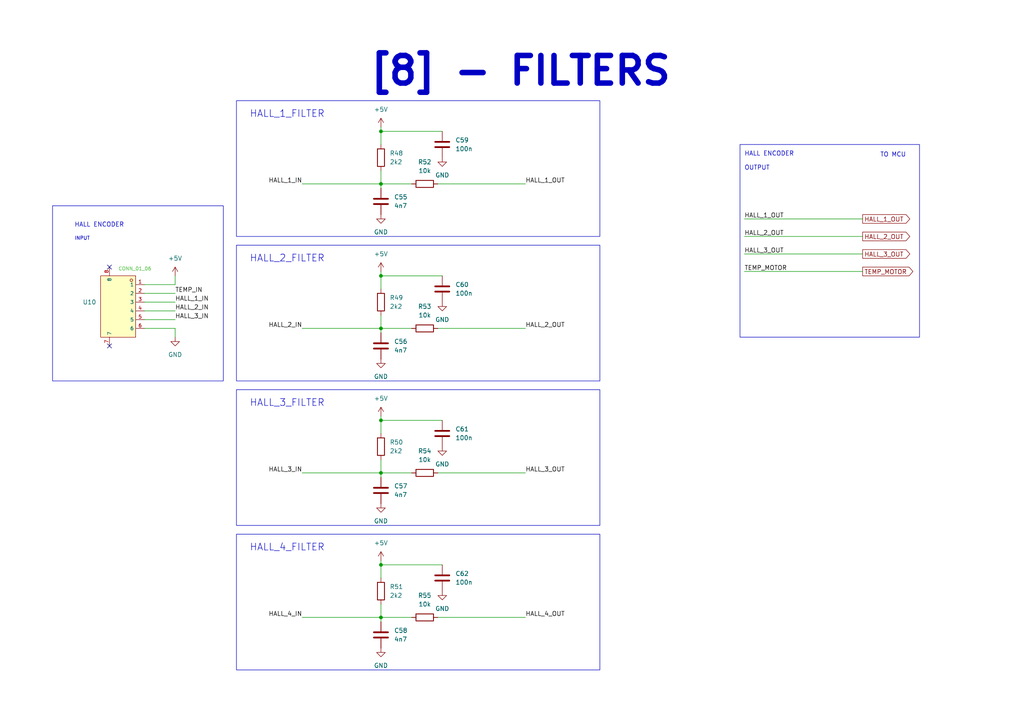
<source format=kicad_sch>
(kicad_sch (version 20230121) (generator eeschema)
  (paper "A4")
  (title_block (title "DF_ESC_rev01_1") (date "2024-01-14") (rev "rev01_1") (company "Ivan Mendez IMA Design") (comment 3 "i.mendezalon@hotmail.com") (comment 4 "Ivan Mendez"))
  (lib_symbols
    (symbol "DF_ESC_Symbol_Library_Casa:S6B-XH-SM4-TB(LF)(SN)"
      (property "Reference" "U" (at 0 1.27 0))
      (property "Value" "S6B-XH-SM4-TB(LF)(SN)" (at 0 -2.54 0))
      (symbol "S6B-XH-SM4-TB(LF)(SN)_0_1"
        (rectangle (start -2.54 10.16) (end 7.62 -7.62) (fill (type background)))
        (circle (center -1.27 8.89) (radius 0.381) (fill (type background)))
        (pin unspecified line (at -5.08 7.62 0) (length 2.54) (name "1") (number "1"))
        (pin unspecified line (at -5.08 5.08 0) (length 2.54) (name "2") (number "2"))
        (pin unspecified line (at -5.08 2.54 0) (length 2.54) (name "3") (number "3"))
        (pin unspecified line (at -5.08 0 0) (length 2.54) (name "4") (number "4"))
        (pin unspecified line (at -5.08 -2.54 0) (length 2.54) (name "5") (number "5"))
        (pin unspecified line (at -5.08 -5.08 0) (length 2.54) (name "6") (number "6"))
        (pin unspecified line (at 5.08 -10.16 90) (length 2.54) (name "7") (number "7"))
        (pin unspecified line (at 5.08 12.7 270) (length 2.54) (name "8") (number "8"))
      )
    )
    (symbol "Device:C" (pin_numbers hide) (pin_names (offset 0.254))
      (property "Reference" "C" (at 0.635 2.54 0))
      (property "Value" "C" (at 0.635 -2.54 0))
      (symbol "C_0_1"
        (polyline (pts (xy -2.032 -0.762) (xy 2.032 -0.762)) (stroke (width 0.508)))
        (polyline (pts (xy -2.032 0.762) (xy 2.032 0.762)) (stroke (width 0.508)))
      )
      (symbol "C_1_1"
        (pin passive line (at 0 3.81 270) (length 2.794) (name "~") (number "1"))
        (pin passive line (at 0 -3.81 90) (length 2.794) (name "~") (number "2"))
      )
    )
    (symbol "Device:R" (pin_numbers hide) (pin_names (offset 0))
      (property "Reference" "R" (at 2.032 0 90))
      (property "Value" "R" (at 0 0 90))
      (symbol "R_0_1"
        (rectangle (start -1.016 -2.54) (end 1.016 2.54) (stroke (width 0.254)))
      )
      (symbol "R_1_1"
        (pin passive line (at 0 3.81 270) (length 1.27) (name "~") (number "1"))
        (pin passive line (at 0 -3.81 90) (length 1.27) (name "~") (number "2"))
      )
    )
    (symbol "power:+5V" (power) (pin_names (offset 0))
      (property "Value" "+5V" (at 0 3.556 0))
      (symbol "+5V_0_1"
        (polyline (pts (xy -0.762 1.27) (xy 0 2.54)))
        (polyline (pts (xy 0 0) (xy 0 2.54)))
        (polyline (pts (xy 0 2.54) (xy 0.762 1.27)))
      )
      (symbol "+5V_1_1"
        (pin power_in line (at 0 0 90) (length 0) hide (name "+5V") (number "1"))
      )
    )
    (symbol "power:GND" (power) (pin_names (offset 0))
      (property "Value" "GND" (at 0 -3.81 0))
      (symbol "GND_0_1"
        (polyline (pts (xy 0 0) (xy 0 -1.27) (xy 1.27 -1.27) (xy 0 -2.54) (xy -1.27 -1.27) (xy 0 -1.27)))
      )
      (symbol "GND_1_1"
        (pin power_in line (at 0 0 270) (length 0) hide (name "GND") (number "1"))
      )
    )
  )
  (junction (at 110.49 95.25))
  (junction (at 110.49 53.34))
  (junction (at 110.49 137.16))
  (junction (at 110.49 38.1))
  (junction (at 110.49 80.01))
  (junction (at 110.49 179.07))
  (junction (at 110.49 121.92))
  (junction (at 110.49 163.83))
  (no_connect (at 31.75 100.33))
  (no_connect (at 31.75 77.47))
  (wire (pts (xy 215.9 78.74) (xy 250.19 78.74)))
  (wire (pts (xy 215.9 68.58) (xy 250.19 68.58)))
  (wire (pts (xy 110.49 163.83) (xy 128.27 163.83)))
  (wire (pts (xy 127 137.16) (xy 152.4 137.16)))
  (wire (pts (xy 41.91 85.09) (xy 50.8 85.09)))
  (wire (pts (xy 41.91 87.63) (xy 50.8 87.63)))
  (wire (pts (xy 110.49 121.92) (xy 110.49 125.73)))
  (wire (pts (xy 87.63 53.34) (xy 110.49 53.34)))
  (wire (pts (xy 110.49 162.56) (xy 110.49 163.83)))
  (wire (pts (xy 127 53.34) (xy 152.4 53.34)))
  (wire (pts (xy 110.49 80.01) (xy 110.49 83.82)))
  (wire (pts (xy 41.91 92.71) (xy 50.8 92.71)))
  (wire (pts (xy 110.49 49.53) (xy 110.49 53.34)))
  (wire (pts (xy 110.49 137.16) (xy 119.38 137.16)))
  (wire (pts (xy 41.91 95.25) (xy 50.8 95.25)))
  (wire (pts (xy 215.9 63.5) (xy 250.19 63.5)))
  (wire (pts (xy 110.49 179.07) (xy 110.49 180.34)))
  (wire (pts (xy 110.49 95.25) (xy 119.38 95.25)))
  (wire (pts (xy 87.63 95.25) (xy 110.49 95.25)))
  (wire (pts (xy 110.49 36.83) (xy 110.49 38.1)))
  (wire (pts (xy 110.49 120.65) (xy 110.49 121.92)))
  (wire (pts (xy 127 179.07) (xy 152.4 179.07)))
  (wire (pts (xy 110.49 38.1) (xy 128.27 38.1)))
  (wire (pts (xy 110.49 95.25) (xy 110.49 96.52)))
  (wire (pts (xy 50.8 95.25) (xy 50.8 97.79)))
  (wire (pts (xy 50.8 82.55) (xy 50.8 80.01)))
  (wire (pts (xy 110.49 53.34) (xy 110.49 54.61)))
  (wire (pts (xy 87.63 137.16) (xy 110.49 137.16)))
  (wire (pts (xy 110.49 91.44) (xy 110.49 95.25)))
  (wire (pts (xy 110.49 53.34) (xy 119.38 53.34)))
  (wire (pts (xy 110.49 137.16) (xy 110.49 138.43)))
  (wire (pts (xy 87.63 179.07) (xy 110.49 179.07)))
  (wire (pts (xy 110.49 121.92) (xy 128.27 121.92)))
  (wire (pts (xy 110.49 38.1) (xy 110.49 41.91)))
  (wire (pts (xy 41.91 90.17) (xy 50.8 90.17)))
  (wire (pts (xy 110.49 175.26) (xy 110.49 179.07)))
  (wire (pts (xy 41.91 82.55) (xy 50.8 82.55)))
  (wire (pts (xy 110.49 80.01) (xy 128.27 80.01)))
  (wire (pts (xy 110.49 133.35) (xy 110.49 137.16)))
  (wire (pts (xy 110.49 163.83) (xy 110.49 167.64)))
  (wire (pts (xy 110.49 78.74) (xy 110.49 80.01)))
  (wire (pts (xy 215.9 73.66) (xy 250.19 73.66)))
  (wire (pts (xy 110.49 179.07) (xy 119.38 179.07)))
  (wire (pts (xy 127 95.25) (xy 152.4 95.25)))
  (rectangle (start 15.24 59.69) (end 64.77 110.49))
  (rectangle (start 68.58 154.94) (end 173.99 194.31))
  (rectangle (start 68.58 71.12) (end 173.99 110.49))
  (rectangle (start 68.58 29.21) (end 173.99 68.58))
  (rectangle (start 68.58 113.03) (end 173.99 152.4))
  (rectangle (start 214.63 41.91) (end 266.7 97.79))
  (text "CONN_01_06" (at 34.29 78.74 0) (effects (font (size 1 1)) (justify left bottom)))
  (text "[8] - FILTERS " (at 106.68 25.4 0) (effects (font (size 8 8) bold) (justify left bottom)))
  (text "HALL_1_FILTER" (at 72.39 34.29 0) (effects (font (size 2 2)) (justify left bottom)))
  (text "HALL ENCODER\n\nOUTPUT" (at 215.9 49.53 0) (effects (font (size 1.27 1.27)) (justify left bottom)))
  (text "HALL ENCODER\n" (at 21.59 66.04 0) (effects (font (size 1.27 1.27)) (justify left bottom)))
  (text "HALL_4_FILTER" (at 72.39 160.02 0) (effects (font (size 2 2)) (justify left bottom)))
  (text "INPUT" (at 21.59 69.85 0) (effects (font (size 1 1)) (justify left bottom)))
  (text "HALL_2_FILTER" (at 72.39 76.2 0) (effects (font (size 2 2)) (justify left bottom)))
  (text "HALL_3_FILTER" (at 72.39 118.11 0) (effects (font (size 2 2)) (justify left bottom)))
  (text "TO MCU" (at 255.27 45.72 0) (effects (font (size 1.27 1.27)) (justify left bottom)))
  (label "HALL_1_IN" (at 50.8 87.63 0))
  (label "TEMP_IN" (at 50.8 85.09 0))
  (label "HALL_3_OUT" (at 152.4 137.16 0))
  (label "HALL_2_IN" (at 87.63 95.25 180))
  (label "HALL_4_OUT" (at 152.4 179.07 0))
  (label "HALL_1_IN" (at 87.63 53.34 180))
  (label "HALL_3_IN" (at 50.8 92.71 0))
  (label "HALL_4_IN" (at 87.63 179.07 180))
  (label "TEMP_MOTOR" (at 215.9 78.74 0))
  (label "HALL_2_OUT" (at 215.9 68.58 0))
  (label "HALL_2_IN" (at 50.8 90.17 0))
  (label "HALL_1_OUT" (at 215.9 63.5 0))
  (label "HALL_3_IN" (at 87.63 137.16 180))
  (label "HALL_2_OUT" (at 152.4 95.25 0))
  (label "HALL_3_OUT" (at 215.9 73.66 0))
  (label "HALL_1_OUT" (at 152.4 53.34 0))
  (global_label "HALL_3_OUT" (shape output) (at 250.19 73.66 0) (property "Intersheetrefs" "${INTERSHEET_REFS}" (effects hide)))
  (global_label "HALL_2_OUT" (shape output) (at 250.19 68.58 0) (property "Intersheetrefs" "${INTERSHEET_REFS}" (effects hide)))
  (global_label "TEMP_MOTOR" (shape output) (at 250.19 78.74 0) (property "Intersheetrefs" "${INTERSHEET_REFS}" (effects hide)))
  (global_label "HALL_1_OUT" (shape output) (at 250.19 63.5 0) (property "Intersheetrefs" "${INTERSHEET_REFS}" (effects hide)))
  (symbol (lib_id "power:GND") (at 128.27 45.72 0) (unit 1)
    (property "Reference" "#PWR092" (effects hide))
    (property "Value" "GND" (at 128.27 50.8 0))
  )
  (symbol (lib_id "Device:R") (at 123.19 137.16 90) (unit 1)
    (property "Reference" "R54" (at 123.19 130.81 90))
    (property "Value" "10k" (at 123.19 133.35 90))
    (property "Footprint" "Resistor_SMD:R_0603_1608Metric_Pad0.98x0.95mm_HandSolder" (effects hide))
  )
  (symbol (lib_id "Device:C") (at 128.27 41.91 0) (unit 1)
    (property "Reference" "C59" (at 132.08 40.64 0) (effects (justify left)))
    (property "Value" "100n" (at 132.08 43.18 0) (effects (justify left)))
    (property "Footprint" "Capacitor_SMD:C_0603_1608Metric_Pad1.08x0.95mm_HandSolder" (effects hide))
  )
  (symbol (lib_id "power:GND") (at 110.49 146.05 0) (unit 1)
    (property "Reference" "#PWR089" (effects hide))
    (property "Value" "GND" (at 110.49 151.13 0))
  )
  (symbol (lib_id "Device:R") (at 110.49 129.54 0) (unit 1)
    (property "Reference" "R50" (at 113.03 128.27 0) (effects (justify left)))
    (property "Value" "2k2" (at 113.03 130.81 0) (effects (justify left)))
    (property "Footprint" "Resistor_SMD:R_0603_1608Metric_Pad0.98x0.95mm_HandSolder" (effects hide))
  )
  (symbol (lib_id "power:GND") (at 128.27 129.54 0) (unit 1)
    (property "Reference" "#PWR094" (effects hide))
    (property "Value" "GND" (at 128.27 134.62 0))
  )
  (symbol (lib_id "power:+5V") (at 110.49 120.65 0) (unit 1)
    (property "Reference" "#PWR088" (effects hide))
    (property "Value" "+5V" (at 110.49 115.57 0))
  )
  (symbol (lib_id "power:GND") (at 110.49 104.14 0) (unit 1)
    (property "Reference" "#PWR087" (effects hide))
    (property "Value" "GND" (at 110.49 109.22 0))
  )
  (symbol (lib_id "power:GND") (at 110.49 62.23 0) (unit 1)
    (property "Reference" "#PWR085" (effects hide))
    (property "Value" "GND" (at 110.49 67.31 0))
  )
  (symbol (lib_id "power:+5V") (at 50.8 80.01 0) (unit 1)
    (property "Reference" "#PWR082" (effects hide))
    (property "Value" "+5V" (at 50.8 74.93 0))
  )
  (symbol (lib_id "Device:C") (at 128.27 125.73 0) (unit 1)
    (property "Reference" "C61" (at 132.08 124.46 0) (effects (justify left)))
    (property "Value" "100n" (at 132.08 127 0) (effects (justify left)))
    (property "Footprint" "Capacitor_SMD:C_0603_1608Metric_Pad1.08x0.95mm_HandSolder" (effects hide))
  )
  (symbol (lib_id "Device:R") (at 110.49 87.63 0) (unit 1)
    (property "Reference" "R49" (at 113.03 86.36 0) (effects (justify left)))
    (property "Value" "2k2" (at 113.03 88.9 0) (effects (justify left)))
    (property "Footprint" "Resistor_SMD:R_0603_1608Metric_Pad0.98x0.95mm_HandSolder" (effects hide))
  )
  (symbol (lib_id "Device:C") (at 110.49 184.15 0) (unit 1)
    (property "Reference" "C58" (at 114.3 182.88 0) (effects (justify left)))
    (property "Value" "4n7" (at 114.3 185.42 0) (effects (justify left)))
    (property "Footprint" "Capacitor_SMD:C_0603_1608Metric_Pad1.08x0.95mm_HandSolder" (effects hide))
  )
  (symbol (lib_id "power:GND") (at 128.27 171.45 0) (unit 1)
    (property "Reference" "#PWR095" (effects hide))
    (property "Value" "GND" (at 128.27 176.53 0))
  )
  (symbol (lib_id "Device:C") (at 110.49 100.33 0) (unit 1)
    (property "Reference" "C56" (at 114.3 99.06 0) (effects (justify left)))
    (property "Value" "4n7" (at 114.3 101.6 0) (effects (justify left)))
    (property "Footprint" "Capacitor_SMD:C_0603_1608Metric_Pad1.08x0.95mm_HandSolder" (effects hide))
  )
  (symbol (lib_id "Device:C") (at 128.27 167.64 0) (unit 1)
    (property "Reference" "C62" (at 132.08 166.37 0) (effects (justify left)))
    (property "Value" "100n" (at 132.08 168.91 0) (effects (justify left)))
    (property "Footprint" "Capacitor_SMD:C_0603_1608Metric_Pad1.08x0.95mm_HandSolder" (effects hide))
  )
  (symbol (lib_id "Device:R") (at 110.49 171.45 0) (unit 1)
    (property "Reference" "R51" (at 113.03 170.18 0) (effects (justify left)))
    (property "Value" "2k2" (at 113.03 172.72 0) (effects (justify left)))
    (property "Footprint" "Resistor_SMD:R_0603_1608Metric_Pad0.98x0.95mm_HandSolder" (effects hide))
  )
  (symbol (lib_id "Device:R") (at 110.49 45.72 0) (unit 1)
    (property "Reference" "R48" (at 113.03 44.45 0) (effects (justify left)))
    (property "Value" "2k2" (at 113.03 46.99 0) (effects (justify left)))
    (property "Footprint" "Resistor_SMD:R_0603_1608Metric_Pad0.98x0.95mm_HandSolder" (effects hide))
  )
  (symbol (lib_id "power:+5V") (at 110.49 36.83 0) (unit 1)
    (property "Reference" "#PWR084" (effects hide))
    (property "Value" "+5V" (at 110.49 31.75 0))
  )
  (symbol (lib_id "power:GND") (at 110.49 187.96 0) (unit 1)
    (property "Reference" "#PWR091" (effects hide))
    (property "Value" "GND" (at 110.49 193.04 0))
  )
  (symbol (lib_id "Device:C") (at 128.27 83.82 0) (unit 1)
    (property "Reference" "C60" (at 132.08 82.55 0) (effects (justify left)))
    (property "Value" "100n" (at 132.08 85.09 0) (effects (justify left)))
    (property "Footprint" "Capacitor_SMD:C_0603_1608Metric_Pad1.08x0.95mm_HandSolder" (effects hide))
  )
  (symbol (lib_id "power:GND") (at 128.27 87.63 0) (unit 1)
    (property "Reference" "#PWR093" (effects hide))
    (property "Value" "GND" (at 128.27 92.71 0))
  )
  (symbol (lib_id "Device:C") (at 110.49 58.42 0) (unit 1)
    (property "Reference" "C55" (at 114.3 57.15 0) (effects (justify left)))
    (property "Value" "4n7" (at 114.3 59.69 0) (effects (justify left)))
    (property "Footprint" "Capacitor_SMD:C_0603_1608Metric_Pad1.08x0.95mm_HandSolder" (effects hide))
  )
  (symbol (lib_id "power:+5V") (at 110.49 78.74 0) (unit 1)
    (property "Reference" "#PWR086" (effects hide))
    (property "Value" "+5V" (at 110.49 73.66 0))
  )
  (symbol (lib_id "Device:R") (at 123.19 179.07 90) (unit 1)
    (property "Reference" "R55" (at 123.19 172.72 90))
    (property "Value" "10k" (at 123.19 175.26 90))
    (property "Footprint" "Resistor_SMD:R_0603_1608Metric_Pad0.98x0.95mm_HandSolder" (effects hide))
  )
  (symbol (lib_id "Device:R") (at 123.19 95.25 90) (unit 1)
    (property "Reference" "R53" (at 123.19 88.9 90))
    (property "Value" "10k" (at 123.19 91.44 90))
    (property "Footprint" "Resistor_SMD:R_0603_1608Metric_Pad0.98x0.95mm_HandSolder" (effects hide))
  )
  (symbol (lib_id "Device:R") (at 123.19 53.34 90) (unit 1)
    (property "Reference" "R52" (at 123.19 46.99 90))
    (property "Value" "10k" (at 123.19 49.53 90))
    (property "Footprint" "Resistor_SMD:R_0603_1608Metric_Pad0.98x0.95mm_HandSolder" (effects hide))
  )
  (symbol (lib_id "power:GND") (at 50.8 97.79 0) (unit 1)
    (property "Reference" "#PWR083" (effects hide))
    (property "Value" "GND" (at 50.8 102.87 0))
  )
  (symbol (lib_id "power:+5V") (at 110.49 162.56 0) (unit 1)
    (property "Reference" "#PWR090" (effects hide))
    (property "Value" "+5V" (at 110.49 157.48 0))
  )
  (symbol (lib_id "Device:C") (at 110.49 142.24 0) (unit 1)
    (property "Reference" "C57" (at 114.3 140.97 0) (effects (justify left)))
    (property "Value" "4n7" (at 114.3 143.51 0) (effects (justify left)))
    (property "Footprint" "Capacitor_SMD:C_0603_1608Metric_Pad1.08x0.95mm_HandSolder" (effects hide))
  )
  (symbol (lib_id "DF_ESC_Symbol_Library_Casa:S6B-XH-SM4-TB(LF)(SN)") (at 36.83 90.17 0) (mirror y) (unit 1)
    (property "Reference" "U10" (at 27.94 87.63 0) (effects (justify left)))
    (property "Value" "S6B-XH-SM4-TB(LF)(SN)" (effects hide))
    (property "Footprint" "DF_ESC_Footprint_Library:CONN-SMD_S6B-XH-SM4-TB-LF-SN" (effects hide))
    (property "Datasheet" "https://atta.szlcsc.com/upload/public/pdf/source/20180829/C191914_CF07A40963D925B3D86855552B2C46AC.pdf" (effects hide))
    (property "LCSC" "C191914" (effects hide))
  )
)
</source>
